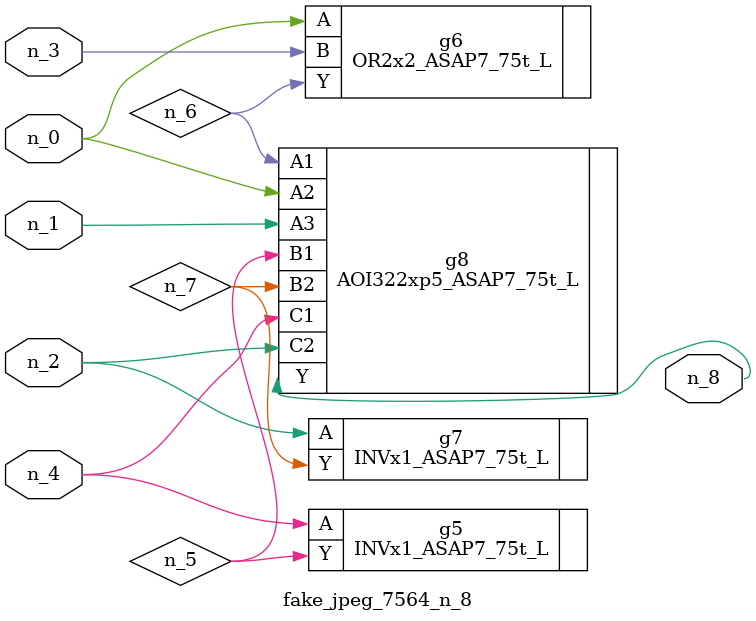
<source format=v>
module fake_jpeg_7564_n_8 (n_3, n_2, n_1, n_0, n_4, n_8);

input n_3;
input n_2;
input n_1;
input n_0;
input n_4;

output n_8;

wire n_6;
wire n_5;
wire n_7;

INVx1_ASAP7_75t_L g5 ( 
.A(n_4),
.Y(n_5)
);

OR2x2_ASAP7_75t_L g6 ( 
.A(n_0),
.B(n_3),
.Y(n_6)
);

INVx1_ASAP7_75t_L g7 ( 
.A(n_2),
.Y(n_7)
);

AOI322xp5_ASAP7_75t_L g8 ( 
.A1(n_6),
.A2(n_0),
.A3(n_1),
.B1(n_5),
.B2(n_7),
.C1(n_4),
.C2(n_2),
.Y(n_8)
);


endmodule
</source>
